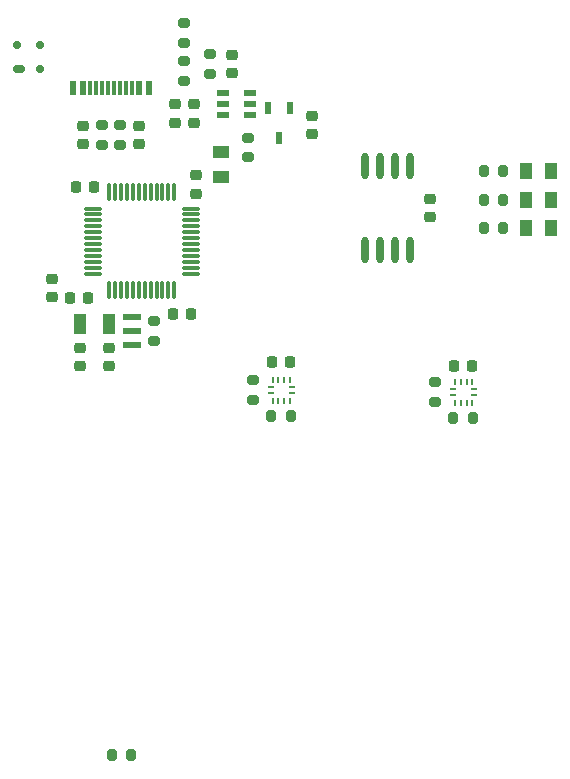
<source format=gbr>
%TF.GenerationSoftware,KiCad,Pcbnew,8.0.6*%
%TF.CreationDate,2024-11-15T11:24:47+01:00*%
%TF.ProjectId,ares-parachute-board,61726573-2d70-4617-9261-63687574652d,rev?*%
%TF.SameCoordinates,Original*%
%TF.FileFunction,Paste,Top*%
%TF.FilePolarity,Positive*%
%FSLAX46Y46*%
G04 Gerber Fmt 4.6, Leading zero omitted, Abs format (unit mm)*
G04 Created by KiCad (PCBNEW 8.0.6) date 2024-11-15 11:24:47*
%MOMM*%
%LPD*%
G01*
G04 APERTURE LIST*
G04 Aperture macros list*
%AMRoundRect*
0 Rectangle with rounded corners*
0 $1 Rounding radius*
0 $2 $3 $4 $5 $6 $7 $8 $9 X,Y pos of 4 corners*
0 Add a 4 corners polygon primitive as box body*
4,1,4,$2,$3,$4,$5,$6,$7,$8,$9,$2,$3,0*
0 Add four circle primitives for the rounded corners*
1,1,$1+$1,$2,$3*
1,1,$1+$1,$4,$5*
1,1,$1+$1,$6,$7*
1,1,$1+$1,$8,$9*
0 Add four rect primitives between the rounded corners*
20,1,$1+$1,$2,$3,$4,$5,0*
20,1,$1+$1,$4,$5,$6,$7,0*
20,1,$1+$1,$6,$7,$8,$9,0*
20,1,$1+$1,$8,$9,$2,$3,0*%
G04 Aperture macros list end*
%ADD10R,0.300000X1.150000*%
%ADD11R,0.600000X1.150000*%
%ADD12RoundRect,0.225000X0.250000X-0.225000X0.250000X0.225000X-0.250000X0.225000X-0.250000X-0.225000X0*%
%ADD13RoundRect,0.200000X0.275000X-0.200000X0.275000X0.200000X-0.275000X0.200000X-0.275000X-0.200000X0*%
%ADD14R,0.280000X0.500000*%
%ADD15R,0.500000X0.280000*%
%ADD16RoundRect,0.225000X0.225000X0.250000X-0.225000X0.250000X-0.225000X-0.250000X0.225000X-0.250000X0*%
%ADD17RoundRect,0.175000X0.325000X-0.175000X0.325000X0.175000X-0.325000X0.175000X-0.325000X-0.175000X0*%
%ADD18RoundRect,0.150000X0.150000X-0.200000X0.150000X0.200000X-0.150000X0.200000X-0.150000X-0.200000X0*%
%ADD19R,1.500000X0.500000*%
%ADD20RoundRect,0.200000X-0.275000X0.200000X-0.275000X-0.200000X0.275000X-0.200000X0.275000X0.200000X0*%
%ADD21RoundRect,0.200000X0.200000X0.275000X-0.200000X0.275000X-0.200000X-0.275000X0.200000X-0.275000X0*%
%ADD22R,1.000000X1.800000*%
%ADD23O,0.630000X2.250000*%
%ADD24RoundRect,0.225000X-0.250000X0.225000X-0.250000X-0.225000X0.250000X-0.225000X0.250000X0.225000X0*%
%ADD25RoundRect,0.225000X-0.225000X-0.250000X0.225000X-0.250000X0.225000X0.250000X-0.225000X0.250000X0*%
%ADD26R,0.600000X1.070000*%
%ADD27R,1.400000X1.000000*%
%ADD28RoundRect,0.075000X0.662500X-0.075000X0.662500X0.075000X-0.662500X0.075000X-0.662500X-0.075000X0*%
%ADD29RoundRect,0.075000X0.075000X-0.662500X0.075000X0.662500X-0.075000X0.662500X-0.075000X-0.662500X0*%
%ADD30R,1.000000X1.400000*%
%ADD31R,1.040000X0.530000*%
%ADD32RoundRect,0.200000X-0.200000X-0.275000X0.200000X-0.275000X0.200000X0.275000X-0.200000X0.275000X0*%
G04 APERTURE END LIST*
D10*
%TO.C,USB1*%
X8550006Y80545008D03*
X10550006Y80545008D03*
X9050006Y80545008D03*
X8050006Y80545008D03*
D11*
X7400006Y80545008D03*
X6600006Y80545008D03*
D10*
X11550006Y80545008D03*
X9550006Y80545008D03*
X10050006Y80545008D03*
X11050006Y80545008D03*
D11*
X12200006Y80545008D03*
X13000006Y80545008D03*
%TD*%
D12*
%TO.C,C1*%
X12200006Y75825008D03*
X12200006Y77375008D03*
%TD*%
D13*
%TO.C,R5*%
X16000006Y81175008D03*
X16000006Y82825008D03*
%TD*%
D14*
%TO.C,U7*%
X38900006Y53905008D03*
X39400006Y53905008D03*
X39900006Y53905008D03*
X40400006Y53905008D03*
D15*
X40530006Y54535008D03*
X40530006Y55035008D03*
D14*
X40400006Y55665008D03*
X39900006Y55665008D03*
X39400006Y55665008D03*
X38900006Y55665008D03*
D15*
X38770006Y55035008D03*
X38770006Y54535008D03*
%TD*%
D16*
%TO.C,C15*%
X6325006Y62800008D03*
X7875006Y62800008D03*
%TD*%
D12*
%TO.C,C12*%
X17000006Y71625008D03*
X17000006Y73175008D03*
%TD*%
%TO.C,C6*%
X7400006Y75825008D03*
X7400006Y77375008D03*
%TD*%
%TO.C,C3*%
X20000006Y81825008D03*
X20000006Y83375008D03*
%TD*%
D14*
%TO.C,U5*%
X23475006Y54085008D03*
X23975006Y54085008D03*
X24475006Y54085008D03*
X24975006Y54085008D03*
D15*
X25105006Y54715008D03*
X25105006Y55215008D03*
D14*
X24975006Y55845008D03*
X24475006Y55845008D03*
X23975006Y55845008D03*
X23475006Y55845008D03*
D15*
X23345006Y55215008D03*
X23345006Y54715008D03*
%TD*%
D17*
%TO.C,U3*%
X2050006Y82200008D03*
D18*
X3750006Y82200008D03*
X3750006Y84200008D03*
X1850006Y84200008D03*
%TD*%
D19*
%TO.C,X1*%
X11600006Y61200008D03*
X11600006Y60000008D03*
X11600006Y58800008D03*
%TD*%
D20*
%TO.C,R7*%
X21800006Y55825008D03*
X21800006Y54175008D03*
%TD*%
D12*
%TO.C,C10*%
X9600006Y57025008D03*
X9600006Y58575008D03*
%TD*%
D21*
%TO.C,R12*%
X41350006Y73500008D03*
X43000006Y73500008D03*
%TD*%
D22*
%TO.C,X2*%
X7150006Y60600008D03*
X9650006Y60600008D03*
%TD*%
D12*
%TO.C,C7*%
X36800006Y71175008D03*
X36800006Y69625008D03*
%TD*%
D23*
%TO.C,U4*%
X35110006Y66870008D03*
X33830006Y66870008D03*
X32570006Y66870008D03*
X31300006Y66870008D03*
X31300006Y73930008D03*
X32570006Y73930008D03*
X33830006Y73930008D03*
X35110006Y73930008D03*
%TD*%
D24*
%TO.C,C5*%
X16800006Y79175008D03*
X16800006Y77625008D03*
%TD*%
D12*
%TO.C,C2*%
X26800006Y76625008D03*
X26800006Y78175008D03*
%TD*%
D13*
%TO.C,R9*%
X13400006Y59175008D03*
X13400006Y60825008D03*
%TD*%
D25*
%TO.C,C9*%
X23425006Y57400008D03*
X24975006Y57400008D03*
%TD*%
D20*
%TO.C,R4*%
X18200006Y83425008D03*
X18200006Y81775008D03*
%TD*%
D25*
%TO.C,C16*%
X38825006Y57000008D03*
X40375006Y57000008D03*
%TD*%
D16*
%TO.C,C11*%
X8375006Y72200008D03*
X6825006Y72200008D03*
%TD*%
D24*
%TO.C,C14*%
X4800006Y62825008D03*
X4800006Y64375008D03*
%TD*%
D26*
%TO.C,U1*%
X24950006Y78840008D03*
X23050006Y78840008D03*
X24000006Y76360008D03*
%TD*%
D27*
%TO.C,LED1*%
X19100006Y75150008D03*
X19100006Y73050008D03*
%TD*%
D12*
%TO.C,C8*%
X7200006Y57025008D03*
X7200006Y58575008D03*
%TD*%
D21*
%TO.C,R14*%
X41362506Y68700008D03*
X43012506Y68700008D03*
%TD*%
D28*
%TO.C,U6*%
X8237506Y64850008D03*
X8237506Y65350008D03*
X8237506Y65850008D03*
X8237506Y66350008D03*
X8237506Y66850008D03*
X8237506Y67350008D03*
X8237506Y67850008D03*
X8237506Y68350008D03*
X8237506Y68850008D03*
X8237506Y69350008D03*
X8237506Y69850008D03*
X8237506Y70350008D03*
D29*
X9650006Y71762508D03*
X10150006Y71762508D03*
X10650006Y71762508D03*
X11150006Y71762508D03*
X11650006Y71762508D03*
X12150006Y71762508D03*
X12650006Y71762508D03*
X13150006Y71762508D03*
X13650006Y71762508D03*
X14150006Y71762508D03*
X14650006Y71762508D03*
X15150006Y71762508D03*
D28*
X16562506Y70350008D03*
X16562506Y69850008D03*
X16562506Y69350008D03*
X16562506Y68850008D03*
X16562506Y68350008D03*
X16562506Y67850008D03*
X16562506Y67350008D03*
X16562506Y66850008D03*
X16562506Y66350008D03*
X16562506Y65850008D03*
X16562506Y65350008D03*
X16562506Y64850008D03*
D29*
X15150006Y63437508D03*
X14650006Y63437508D03*
X14150006Y63437508D03*
X13650006Y63437508D03*
X13150006Y63437508D03*
X12650006Y63437508D03*
X12150006Y63437508D03*
X11650006Y63437508D03*
X11150006Y63437508D03*
X10650006Y63437508D03*
X10150006Y63437508D03*
X9650006Y63437508D03*
%TD*%
D21*
%TO.C,R8*%
X25025006Y52800008D03*
X23375006Y52800008D03*
%TD*%
D20*
%TO.C,R6*%
X16000006Y86025008D03*
X16000006Y84375008D03*
%TD*%
D25*
%TO.C,C13*%
X15025006Y61400008D03*
X16575006Y61400008D03*
%TD*%
D20*
%TO.C,R10*%
X37200006Y55625008D03*
X37200006Y53975008D03*
%TD*%
D30*
%TO.C,LED2*%
X47025006Y73500008D03*
X44925006Y73500008D03*
%TD*%
D31*
%TO.C,U2*%
X19250006Y80150008D03*
X19250006Y79200008D03*
X19250006Y78250008D03*
X21550006Y78250008D03*
X21550006Y79200008D03*
X21550006Y80150008D03*
%TD*%
D21*
%TO.C,R13*%
X41375006Y71100008D03*
X43025006Y71100008D03*
%TD*%
D30*
%TO.C,LED3*%
X47050006Y71100008D03*
X44950006Y71100008D03*
%TD*%
D21*
%TO.C,R11*%
X40425006Y52600008D03*
X38775006Y52600008D03*
%TD*%
D30*
%TO.C,LED4*%
X47037506Y68700008D03*
X44937506Y68700008D03*
%TD*%
D20*
%TO.C,R1*%
X10600006Y77425008D03*
X10600006Y75775008D03*
%TD*%
D32*
%TO.C,R15*%
X9875006Y24100008D03*
X11525006Y24100008D03*
%TD*%
D24*
%TO.C,C4*%
X15200006Y79175008D03*
X15200006Y77625008D03*
%TD*%
D20*
%TO.C,R2*%
X9000006Y77425008D03*
X9000006Y75775008D03*
%TD*%
%TO.C,R3*%
X21400006Y76325008D03*
X21400006Y74675008D03*
%TD*%
M02*

</source>
